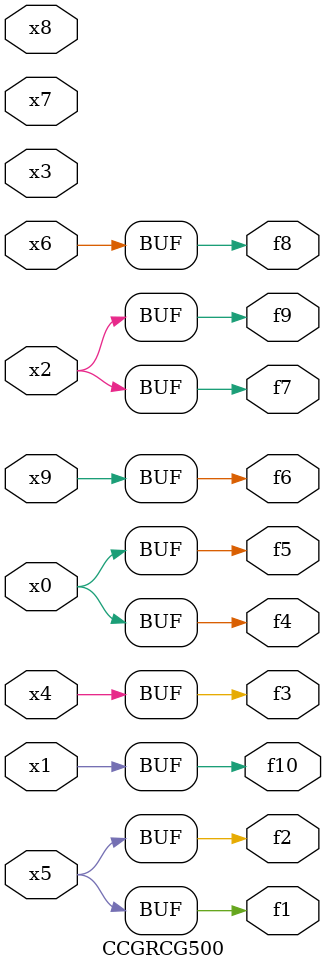
<source format=v>
module CCGRCG500(
	input x0, x1, x2, x3, x4, x5, x6, x7, x8, x9,
	output f1, f2, f3, f4, f5, f6, f7, f8, f9, f10
);
	assign f1 = x5;
	assign f2 = x5;
	assign f3 = x4;
	assign f4 = x0;
	assign f5 = x0;
	assign f6 = x9;
	assign f7 = x2;
	assign f8 = x6;
	assign f9 = x2;
	assign f10 = x1;
endmodule

</source>
